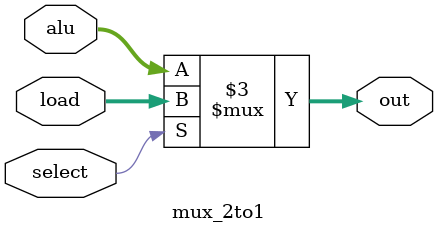
<source format=v>
`timescale 1ns / 1ps
module mux_2to1(
    input select,
    input [3:0] load,
    input [3:0] alu,
    output reg[3:0] out
    );
	 
	 always@(*)
	 begin
		if(select)
			out = load;
		else
			out = alu; 
	 end

endmodule

</source>
